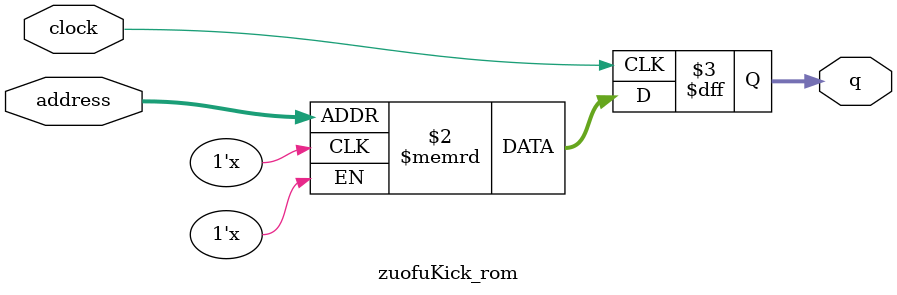
<source format=sv>
module zuofuKick_rom (
	input logic clock,
	input logic [10:0] address,
	output logic [2:0] q
);

logic [2:0] memory [0:1763] /* synthesis ram_init_file = "./zuofuKick/zuofuKick.COE" */;

always_ff @ (posedge clock) begin
	q <= memory[address];
end

endmodule

</source>
